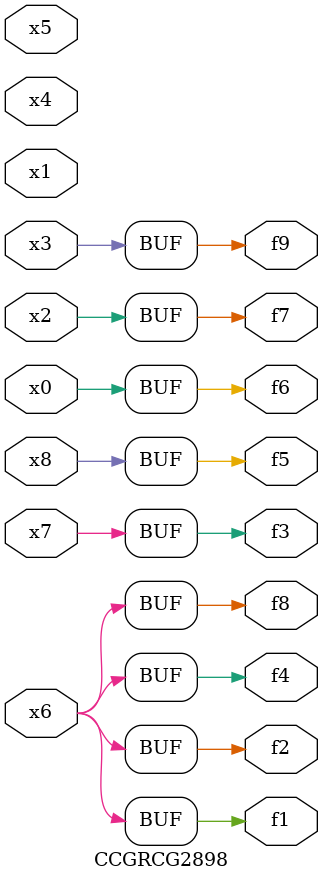
<source format=v>
module CCGRCG2898(
	input x0, x1, x2, x3, x4, x5, x6, x7, x8,
	output f1, f2, f3, f4, f5, f6, f7, f8, f9
);
	assign f1 = x6;
	assign f2 = x6;
	assign f3 = x7;
	assign f4 = x6;
	assign f5 = x8;
	assign f6 = x0;
	assign f7 = x2;
	assign f8 = x6;
	assign f9 = x3;
endmodule

</source>
